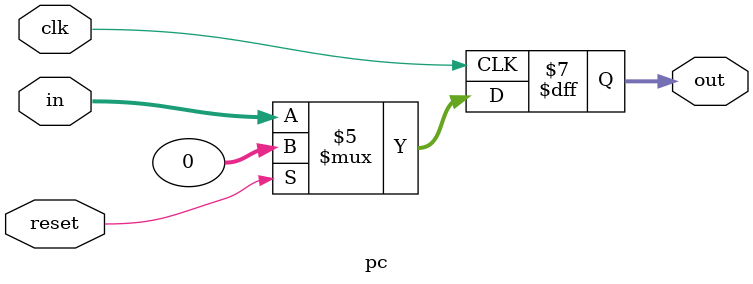
<source format=v>
`timescale 1ns / 1ps
module pc(clk, reset, in, out);
	input clk, reset;
	input [31:0] in;
	output reg[31:0] out;
	
	initial begin
		out=32'b0;
	end
	
	always@(posedge clk)
	begin
		if (reset==1'b1) out=32'b0;
		else out=in;
	end
endmodule

</source>
